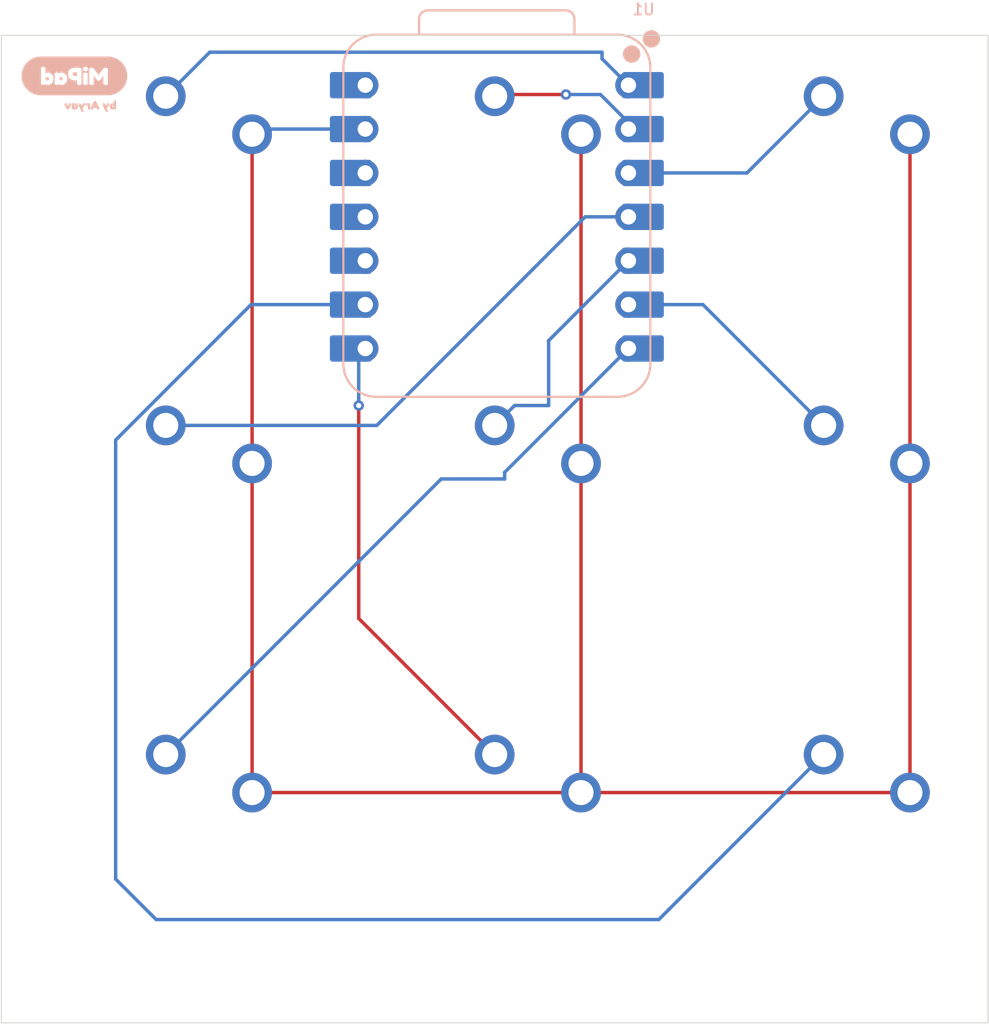
<source format=kicad_pcb>
(kicad_pcb (version 20241229) (generator "pcbnew") (generator_version "9.0")
  (layers (0 "F.Cu" signal) (2 "B.Cu" signal) (13 "F.Paste" user) (15 "B.Paste" user) (5 "F.SilkS" user "F.Silkscreen") (7 "B.SilkS" user "B.Silkscreen") (1 "F.Mask" user) (3 "B.Mask" user) (25 "Edge.Cuts" user))
  (net 0 "")
  (net 1 "Net-(U1-GPIO26{slash}ADC0{slash}A0)")
  (net 2 "GND")
  (net 3 "Net-(U1-GPIO27{slash}ADC1{slash}A1)")
  (net 4 "Net-(U1-GPIO28{slash}ADC2{slash}A2)")
  (net 5 "Net-(U1-GPIO29{slash}ADC3{slash}A3)")
  (net 6 "Net-(U1-GPIO6{slash}SDA)")
  (net 7 "Net-(U1-GPIO7{slash}SCL)")
  (net 8 "Net-(U1-GPIO0{slash}TX)")
  (net 9 "Net-(U1-GPIO1{slash}RX)")
  (net 10 "Net-(U1-GPIO2{slash}SCK)")
  (net 12 "+5V")
  (footprint "Kailh Choc:Kailh-PG1353-Solderable-1U" (layer "F.Cu") (at 139.391012 117.765)
    (property "Reference" "SW4")
    (property "Value" "SW_Push")
    (pad "" np_thru_hole oval (at -5 5.15 180) (size 1.5 2) (drill oval 1.5 2) (layers "*.Cu" "*.Mask"))
    (pad "" np_thru_hole circle (at 0 0 180) (size 5 5) (drill 5.1) (layers "*.Cu" "*.Mask"))
    (pad "1" thru_hole circle (at 5 -3.8 180) (size 2.3 2.3) (drill 1.45) (layers "*.Cu" "B.Mask") (net 2 "GND"))
    (pad "2" thru_hole circle (at 0 -6 180) (size 2.3 2.3) (drill 1.45) (layers "*.Cu" "B.Mask") (net 5 "Net-(U1-GPIO29{slash}ADC3{slash}A3)"))
  )
  (footprint "Kailh Choc:Kailh-PG1353-Solderable-1U" (layer "F.Cu") (at 177.491012 117.765)
    (property "Reference" "SW6")
    (property "Value" "SW_Push")
    (pad "" np_thru_hole oval (at -5 5.15 180) (size 1.5 2) (drill oval 1.5 2) (layers "*.Cu" "*.Mask"))
    (pad "" np_thru_hole circle (at 0 0 180) (size 5 5) (drill 5.1) (layers "*.Cu" "*.Mask"))
    (pad "1" thru_hole circle (at 5 -3.8 180) (size 2.3 2.3) (drill 1.45) (layers "*.Cu" "B.Mask") (net 2 "GND"))
    (pad "2" thru_hole circle (at 0 -6 180) (size 2.3 2.3) (drill 1.45) (layers "*.Cu" "B.Mask") (net 7 "Net-(U1-GPIO7{slash}SCL)"))
  )
  (footprint "Kailh Choc:Kailh-PG1353-Solderable-1U" (layer "F.Cu") (at 177.491012 98.715)
    (property "Reference" "SW3")
    (property "Value" "SW_Push")
    (pad "" np_thru_hole oval (at -5 5.15 180) (size 1.5 2) (drill oval 1.5 2) (layers "*.Cu" "*.Mask"))
    (pad "" np_thru_hole circle (at 0 0 180) (size 5 5) (drill 5.1) (layers "*.Cu" "*.Mask"))
    (pad "1" thru_hole circle (at 5 -3.8 180) (size 2.3 2.3) (drill 1.45) (layers "*.Cu" "B.Mask") (net 2 "GND"))
    (pad "2" thru_hole circle (at 0 -6 180) (size 2.3 2.3) (drill 1.45) (layers "*.Cu" "B.Mask") (net 4 "Net-(U1-GPIO28{slash}ADC2{slash}A2)"))
  )
  (footprint "Kailh Choc:Kailh-PG1353-Solderable-1U" (layer "F.Cu") (at 158.441012 136.815)
    (property "Reference" "SW8")
    (property "Value" "SW_Push")
    (pad "" np_thru_hole oval (at -5 5.15 180) (size 1.5 2) (drill oval 1.5 2) (layers "*.Cu" "*.Mask"))
    (pad "" np_thru_hole circle (at 0 0 180) (size 5 5) (drill 5.1) (layers "*.Cu" "*.Mask"))
    (pad "1" thru_hole circle (at 5 -3.8 180) (size 2.3 2.3) (drill 1.45) (layers "*.Cu" "B.Mask") (net 2 "GND"))
    (pad "2" thru_hole circle (at 0 -6 180) (size 2.3 2.3) (drill 1.45) (layers "*.Cu" "B.Mask") (net 9 "Net-(U1-GPIO1{slash}RX)"))
  )
  (footprint "Kailh Choc:Kailh-PG1353-Solderable-1U" (layer "F.Cu") (at 139.391012 136.815)
    (property "Reference" "SW7")
    (property "Value" "SW_Push")
    (pad "" np_thru_hole oval (at -5 5.15 180) (size 1.5 2) (drill oval 1.5 2) (layers "*.Cu" "*.Mask"))
    (pad "" np_thru_hole circle (at 0 0 180) (size 5 5) (drill 5.1) (layers "*.Cu" "*.Mask"))
    (pad "1" thru_hole circle (at 5 -3.8 180) (size 2.3 2.3) (drill 1.45) (layers "*.Cu" "B.Mask") (net 2 "GND"))
    (pad "2" thru_hole circle (at 0 -6 180) (size 2.3 2.3) (drill 1.45) (layers "*.Cu" "B.Mask") (net 8 "Net-(U1-GPIO0{slash}TX)"))
  )
  (footprint "Kailh Choc:Kailh-PG1353-Solderable-1U" (layer "F.Cu") (at 158.441012 117.765)
    (property "Reference" "SW5")
    (property "Value" "SW_Push")
    (pad "" np_thru_hole oval (at -5 5.15 180) (size 1.5 2) (drill oval 1.5 2) (layers "*.Cu" "*.Mask"))
    (pad "" np_thru_hole circle (at 0 0 180) (size 5 5) (drill 5.1) (layers "*.Cu" "*.Mask"))
    (pad "1" thru_hole circle (at 5 -3.8 180) (size 2.3 2.3) (drill 1.45) (layers "*.Cu" "B.Mask") (net 2 "GND"))
    (pad "2" thru_hole circle (at 0 -6 180) (size 2.3 2.3) (drill 1.45) (layers "*.Cu" "B.Mask") (net 6 "Net-(U1-GPIO6{slash}SDA)"))
  )
  (footprint "Kailh Choc:Kailh-PG1353-Solderable-1U" (layer "F.Cu") (at 177.491012 136.815)
    (property "Reference" "SW9")
    (property "Value" "SW_Push")
    (pad "" np_thru_hole oval (at -5 5.15 180) (size 1.5 2) (drill oval 1.5 2) (layers "*.Cu" "*.Mask"))
    (pad "" np_thru_hole circle (at 0 0 180) (size 5 5) (drill 5.1) (layers "*.Cu" "*.Mask"))
    (pad "1" thru_hole circle (at 5 -3.8 180) (size 2.3 2.3) (drill 1.45) (layers "*.Cu" "B.Mask") (net 2 "GND"))
    (pad "2" thru_hole circle (at 0 -6 180) (size 2.3 2.3) (drill 1.45) (layers "*.Cu" "B.Mask") (net 10 "Net-(U1-GPIO2{slash}SCK)"))
  )
  (footprint "Kailh Choc:Kailh-PG1353-Solderable-1U" (layer "F.Cu") (at 139.391012 98.715)
    (property "Reference" "SW1")
    (property "Value" "SW_Push")
    (pad "" np_thru_hole oval (at -5 5.15 180) (size 1.5 2) (drill oval 1.5 2) (layers "*.Cu" "*.Mask"))
    (pad "" np_thru_hole circle (at 0 0 180) (size 5 5) (drill 5.1) (layers "*.Cu" "*.Mask"))
    (pad "1" thru_hole circle (at 5 -3.8 180) (size 2.3 2.3) (drill 1.45) (layers "*.Cu" "B.Mask") (net 2 "GND"))
    (pad "2" thru_hole circle (at 0 -6 180) (size 2.3 2.3) (drill 1.45) (layers "*.Cu" "B.Mask") (net 1 "Net-(U1-GPIO26{slash}ADC0{slash}A0)"))
  )
  (footprint "Kailh Choc:Kailh-PG1353-Solderable-1U" (layer "F.Cu") (at 158.441012 98.715)
    (property "Reference" "SW2")
    (property "Value" "SW_Push")
    (pad "" np_thru_hole oval (at -5 5.15 180) (size 1.5 2) (drill oval 1.5 2) (layers "*.Cu" "*.Mask"))
    (pad "" np_thru_hole circle (at 0 0 180) (size 5 5) (drill 5.1) (layers "*.Cu" "*.Mask"))
    (pad "1" thru_hole circle (at 5 -3.8 180) (size 2.3 2.3) (drill 1.45) (layers "*.Cu" "B.Mask") (net 2 "GND"))
    (pad "2" thru_hole circle (at 0 -6 180) (size 2.3 2.3) (drill 1.45) (layers "*.Cu" "B.Mask") (net 3 "Net-(U1-GPIO27{slash}ADC1{slash}A1)"))
  )
  (footprint "kibuzzard-692BA7AE" (layer "B.Cu") (at 134.1 91.54 180)
    (property "Reference" "kibuzzard-692BA7AE" (hide yes))
    (property "Value" "G***" (hide yes))
    (fp_poly (pts (xy -0.148784 0.003577) (xy 0.005722 0.003577) (xy 0.076538 0.029328) (xy 0.110157 0.108011) (xy 0.079399 0.182403) (xy 0.004292 0.212446) (xy -0.148784 0.212446) (xy -0.148784 0.003577)) (fill yes) (layer "B.SilkS"))
    (fp_poly (pts (xy 1.67525 -0.163805) (xy 1.645207 -0.090844) (xy 1.572246 -0.060801) (xy 1.499285 -0.090844) (xy 1.469242 -0.163805) (xy 1.500715 -0.236052) (xy 1.573677 -0.26681) (xy 1.645207 -0.236052) (xy 1.67525 -0.163805)) (fill yes) (layer "B.SilkS"))
    (fp_poly (pts (xy 0.778255 -0.265379) (xy 0.847639 -0.234621) (xy 0.876967 -0.162375) (xy 0.847639 -0.089413) (xy 0.775393 -0.059371) (xy 0.701717 -0.090844) (xy 0.670959 -0.163805) (xy 0.703147 -0.234621) (xy 0.778255 -0.265379)) (fill yes) (layer "B.SilkS"))
    (fp_poly (pts (xy -1.937053 1.123271) (xy -1.937172 1.123271) (xy -2.047272 1.117862) (xy -2.156312 1.101688) (xy -2.263241 1.074904) (xy -2.367029 1.037767) (xy -2.466679 0.990637) (xy -2.561228 0.933966) (xy -2.649768 0.8683) (xy -2.731445 0.794273) (xy -2.805473 0.712596) (xy -2.871138 0.624056) (xy -2.927809 0.529506) (xy -2.97494 0.429857) (xy -3.012076 0.326068) (xy -3.03886 0.219139) (xy -3.055035 0.1101) (xy -3.060443 0) (xy -3.055035 -0.1101) (xy -3.03886 -0.219139) (xy -3.012076 -0.326068) (xy -2.97494 -0.429857) (xy -2.927809 -0.529506) (xy -2.871138 -0.624056) (xy -2.805473 -0.712596) (xy -2.731445 -0.794273) (xy -2.649768 -0.8683) (xy -2.561228 -0.933966) (xy -2.466679 -0.990637) (xy -2.367029 -1.037767) (xy -2.263241 -1.074904) (xy -2.156312 -1.101688) (xy -2.047272 -1.117862) (xy -1.937172 -1.123271) (xy -1.937053 -1.123271) (xy -1.808298 -1.123271) (xy -1.808298 -0.525751) (xy -1.881974 -0.515737) (xy -1.920601 -0.483548) (xy -1.934192 -0.444206) (xy -1.937053 -0.394134) (xy -1.937053 0.344063) (xy -1.934907 0.391989) (xy -1.921316 0.430615) (xy -1.881259 0.462804) (xy -1.805436 0.472818) (xy -1.767525 0.470672) (xy -1.741774 0.467096) (xy -1.723176 0.460658) (xy -1.711016 0.453505) (xy -1.700286 0.442775) (xy -1.690987 0.432761) (xy -1.399142 0.05794) (xy -1.108727 0.43133) (xy -1.065808 0.464235) (xy -0.989986 0.472818) (xy -0.915594 0.462804) (xy -0.876252 0.430615) (xy -0.862661 0.391273) (xy -0.8598 0.341202) (xy -0.8598 -0.396996) (xy -0.862661 -0.445637) (xy -0.876967 -0.484263) (xy -0.916309 -0.515737) (xy -0.991416 -0.525751) (xy -1.065808 -0.515737) (xy -1.105866 -0.482833) (xy -1.119456 -0.443491) (xy -1.121602 -0.394134) (xy -1.121602 0.01216) (xy -1.288984 -0.215308) (xy -1.297568 -0.226753) (xy -1.311159 -0.242489) (xy -1.329757 -0.256795) (xy -1.3598 -0.269671) (xy -1.399142 -0.273963) (xy -1.463519 -0.259299) (xy -1.51073 -0.215308) (xy -1.676681 0.01073) (xy -1.676681 -0.396996) (xy -1.678827 -0.444921) (xy -1.692418 -0.483548) (xy -1.732475 -0.515737) (xy -1.808298 -0.525751) (xy -1.808298 -1.123271) (xy -0.640916 -1.123271) (xy -0.640916 -0.527182) (xy -0.714592 -0.517167) (xy -0.753934 -0.484979) (xy -0.767525 -0.446352) (xy -0.769671 -0.396996) (xy -0.769671 0.069385) (xy -0.767525 0.11731) (xy -0.753934 0.155937) (xy -0.713877 0.188126) (xy -0.640916 0.197948) (xy -0.640916 0.26824) (xy -0.714592 0.278255) (xy -0.753934 0.311159) (xy -0.767525 0.350501) (xy -0.769671 0.398426) (xy -0.767525 0.446352) (xy -0.753934 0.484979) (xy -0.713877 0.517167) (xy -0.639485 0.527182) (xy -0.565808 0.517167) (xy -0.526466 0.484263) (xy -0.512876 0.444921) (xy -0.51073 0.396996) (xy -0.512876 0.348355) (xy -0.526466 0.310443) (xy -0.565808 0.278255) (xy -0.640916 0.26824) (xy -0.640916 0.197948) (xy -0.639485 0.19814) (xy -0.565808 0.188126) (xy -0.526466 0.155222) (xy -0.512876 0.11588) (xy -0.51073 0.066524) (xy -0.51073 -0.398426) (xy -0.512876 -0.447067) (xy -0.526466 -0.484979) (xy -0.565808 -0.517167) (xy -0.640916 -0.527182) (xy -0.640916 -1.123271) (xy -0.280401 -1.123271) (xy -0.280401 -0.525751) (xy -0.354793 -0.515737) (xy -0.39485 -0.482833) (xy -0.408441 -0.443491) (xy -0.410587 -0.394134) (xy -0.410587 0.344063) (xy -0.408441 0.391989) (xy -0.39485 0.43133) (xy -0.354793 0.464235) (xy -0.27897 0.474249) (xy 0.005722 0.474249) (xy 0.06402 0.468526) (xy 0.124464 0.451359) (xy 0.184549 0.423462) (xy 0.241774 0.385551) (xy 0.29274 0.334943) (xy 0.334049 0.268956) (xy 0.361409 0.191524) (xy 0.370529 0.106581) (xy 0.361588 0.021996) (xy 0.334764 -0.054363) (xy 0.293813 -0.119278) (xy 0.242489 -0.169528) (xy 0.184549 -0.207439) (xy 0.123748 -0.235336) (xy 0.062768 -0.252504) (xy 0.004292 -0.258226) (xy -0.148784 -0.258226) (xy -0.148784 -0.395565) (xy -0.15093 -0.444921) (xy -0.164521 -0.483548) (xy -0.204578 -0.515737) (xy -0.280401 -0.525751) (xy -0.280401 -1.123271) (xy 1.014306 -1.123271) (xy 1.014306 -0.52432) (xy 0.933119 -0.511445) (xy 0.892704 -0.472818) (xy 0.824392 -0.511445) (xy 0.742489 -0.52432) (xy 0.659752 -0.512081) (xy 0.583214 -0.475362) (xy 0.512876 -0.414163) (xy 0.456843 -0.337069) (xy 0.423224 -0.252663) (xy 0.412017 -0.160944) (xy 0.423303 -0.07161) (xy 0.457161 0.011365) (xy 0.513591 0.087983) (xy 0.584168 0.149181) (xy 0.660467 0.1859) (xy 0.742489 0.19814) (xy 0.826538 0.183834) (xy 0.892704 0.140916) (xy 0.929185 0.184907) (xy 1.015737 0.199571) (xy 1.089413 0.189557) (xy 1.128755 0.156652) (xy 1.142346 0.11731) (xy 1.144492 0.069385) (xy 1.144492 -0.395565) (xy 1.142346 -0.444206) (xy 1.128755 -0.482117) (xy 1.088698 -0.514306) (xy 1.014306 -0.52432) (xy 1.014306 -1.123271) (xy 1.808298 -1.123271) (xy 1.808298 -0.525751) (xy 1.73176 -0.512518) (xy 1.690987 -0.472818) (xy 1.621602 -0.511445) (xy 1.539342 -0.52432) (xy 1.456605 -0.512081) (xy 1.380067 -0.475362) (xy 1.309728 -0.414163) (xy 1.253696 -0.337069) (xy 1.220076 -0.252663) (xy 1.20887 -0.160944) (xy 1.220156 -0.07161) (xy 1.254014 0.011365) (xy 1.310443 0.087983) (xy 1.38102 0.149181) (xy 1.45732 0.1859) (xy 1.539342 0.19814) (xy 1.617668 0.186338) (xy 1.683834 0.15093) (xy 1.683834 0.396996) (xy 1.683119 0.434192) (xy 1.688841 0.469957) (xy 1.707439 0.5) (xy 1.744635 0.520029) (xy 1.806867 0.527182) (xy 1.881974 0.517167) (xy 1.921316 0.484979) (xy 1.934907 0.446352) (xy 1.937053 0.398426) (xy 1.937053 -0.395565) (xy 1.934907 -0.443491) (xy 1.921316 -0.482833) (xy 1.881974 -0.515737) (xy 1.808298 -0.525751) (xy 1.808298 -1.123271) (xy 1.937053 -1.123271) (xy 1.937172 -1.123271) (xy 2.047272 -1.117862) (xy 2.156312 -1.101688) (xy 2.263241 -1.074904) (xy 2.367029 -1.037767) (xy 2.466679 -0.990637) (xy 2.561228 -0.933966) (xy 2.649768 -0.8683) (xy 2.731445 -0.794273) (xy 2.805473 -0.712596) (xy 2.871138 -0.624056) (xy 2.927809 -0.529506) (xy 2.97494 -0.429857) (xy 3.012076 -0.326068) (xy 3.03886 -0.219139) (xy 3.055035 -0.1101) (xy 3.060443 0) (xy 3.055035 0.1101) (xy 3.03886 0.219139) (xy 3.012076 0.326068) (xy 2.97494 0.429857) (xy 2.927809 0.529506) (xy 2.871138 0.624056) (xy 2.805473 0.712596) (xy 2.731445 0.794273) (xy 2.649768 0.8683) (xy 2.561228 0.933966) (xy 2.466679 0.990637) (xy 2.367029 1.037767) (xy 2.263241 1.074904) (xy 2.156312 1.101688) (xy 2.047272 1.117862) (xy 1.937172 1.123271) (xy 1.937053 1.123271) (xy -1.937053 1.123271)) (fill yes) (layer "B.SilkS"))
  )
  (footprint "kibuzzard-692BA7D5" (layer "B.Cu") (at 135.01 93.3 180)
    (property "Reference" "kibuzzard-692BA7D5" (hide yes))
    (property "Value" "G***" (hide yes))
    (fp_poly (pts (xy 0.414878 -0.329041) (xy 0.374106 -0.294349) (xy 0.383405 -0.244635) (xy 0.439199 -0.120172) (xy 0.302575 0.085837) (xy 0.287554 0.133047) (xy 0.321888 0.171674) (xy 0.373391 0.187768) (xy 0.411302 0.153791) (xy 0.500715 0.018598) (xy 0.557225 0.144492) (xy 0.589413 0.184549) (xy 0.642346 0.176681) (xy 0.682761 0.143062) (xy 0.67525 0.095136) (xy 0.5 -0.297568) (xy 0.468169 -0.337983) (xy 0.414878 -0.329041)) (fill yes) (layer "B.SilkS"))
    (fp_poly (pts (xy -0.982833 -0.329041) (xy -1.023605 -0.294349) (xy -1.014306 -0.244635) (xy -0.958512 -0.120172) (xy -1.095136 0.085837) (xy -1.110157 0.133047) (xy -1.075823 0.171674) (xy -1.02432 0.187768) (xy -0.986409 0.153791) (xy -0.896996 0.018598) (xy -0.840486 0.144492) (xy -0.808298 0.184549) (xy -0.755365 0.176681) (xy -0.71495 0.143062) (xy -0.722461 0.095136) (xy -0.897711 -0.297568) (xy -0.929542 -0.337983) (xy -0.982833 -0.329041)) (fill yes) (layer "B.SilkS"))
    (fp_poly (pts (xy 1.238913 -0.154506) (xy 1.112303 0.086552) (xy 1.102289 0.137697) (xy 1.140916 0.174535) (xy 1.194206 0.18598) (xy 1.228898 0.145207) (xy 1.296137 -0.007868) (xy 1.363376 0.145207) (xy 1.380186 0.173373) (xy 1.399142 0.186338) (xy 1.451359 0.174535) (xy 1.48319 0.150215) (xy 1.491774 0.121602) (xy 1.479971 0.086552) (xy 1.353362 -0.154506) (xy 1.33083 -0.178112) (xy 1.296137 -0.18598) (xy 1.261445 -0.178112) (xy 1.238913 -0.154506)) (fill yes) (layer "B.SilkS"))
    (fp_poly (pts (xy -0.044349 -0.091559) (xy -0.034692 -0.142346) (xy -0.074392 -0.177396) (xy -0.127325 -0.187768) (xy -0.162375 -0.146638) (xy -0.195279 -0.078684) (xy -0.317597 -0.078684) (xy -0.317597 0.032904) (xy -0.250358 0.032904) (xy -0.283977 0.102289) (xy -0.317597 0.032904) (xy -0.317597 -0.078684) (xy -0.371245 -0.078684) (xy -0.404149 -0.147353) (xy -0.439914 -0.187053) (xy -0.492132 -0.176681) (xy -0.532189 -0.141989) (xy -0.52289 -0.091559) (xy -0.343348 0.280401) (xy -0.318312 0.30794) (xy -0.283262 0.318312) (xy -0.248391 0.308655) (xy -0.223891 0.279685) (xy -0.044349 -0.091559)) (fill yes) (layer "B.SilkS"))
    (fp_poly (pts (xy 0.056509 -0.182403) (xy 0.019671 -0.177396) (xy 0 -0.160944) (xy -0.006795 -0.141273) (xy -0.007868 -0.116595) (xy -0.007868 0.116595) (xy -0.006795 0.140916) (xy 0 0.159871) (xy 0.019671 0.175966) (xy 0.057225 0.180973) (xy 0.098712 0.173641) (xy 0.118741 0.151645) (xy 0.154864 0.176323) (xy 0.193133 0.184549) (xy 0.214592 0.182761) (xy 0.240343 0.176323) (xy 0.263591 0.160229) (xy 0.272532 0.133047) (xy 0.268598 0.099517) (xy 0.256795 0.071888) (xy 0.216738 0.04721) (xy 0.189199 0.052575) (xy 0.171674 0.05794) (xy 0.136266 0.047568) (xy 0.122318 0.021459) (xy 0.122318 -0.118026) (xy 0.121245 -0.142346) (xy 0.114449 -0.161302) (xy 0.094421 -0.177396) (xy 0.056509 -0.182403)) (fill yes) (layer "B.SilkS"))
    (fp_poly (pts (xy 1.003577 -0.180973) (xy 0.962983 -0.174535) (xy 0.942775 -0.155222) (xy 0.908619 -0.174535) (xy 0.885551 -0.178162) (xy 0.885551 -0.051502) (xy 0.920243 -0.036123) (xy 0.934907 0) (xy 0.920243 0.036481) (xy 0.88412 0.051502) (xy 0.847282 0.035765) (xy 0.831903 -0.000715) (xy 0.847997 -0.036123) (xy 0.885551 -0.051502) (xy 0.885551 -0.178162) (xy 0.867668 -0.180973) (xy 0.826299 -0.174853) (xy 0.788031 -0.156493) (xy 0.752861 -0.125894) (xy 0.724845 -0.087347) (xy 0.708035 -0.045144) (xy 0.702432 0.000715) (xy 0.708075 0.045382) (xy 0.725004 0.08687) (xy 0.753219 0.125179) (xy 0.788507 0.155778) (xy 0.826657 0.174138) (xy 0.867668 0.180258) (xy 0.909692 0.173104) (xy 0.942775 0.151645) (xy 0.961016 0.173641) (xy 1.004292 0.180973) (xy 1.04113 0.175966) (xy 1.060801 0.159514) (xy 1.067597 0.139843) (xy 1.06867 0.11588) (xy 1.06867 -0.116595) (xy 1.067597 -0.140916) (xy 1.060801 -0.159871) (xy 1.040773 -0.175966) (xy 1.003577 -0.180973)) (fill yes) (layer "B.SilkS"))
    (fp_poly (pts (xy -1.428469 -0.181688) (xy -1.465308 -0.176681) (xy -1.484979 -0.160229) (xy -1.491774 -0.140558) (xy -1.492847 -0.116595) (xy -1.492847 0.280401) (xy -1.491774 0.304363) (xy -1.484979 0.323677) (xy -1.465308 0.339771) (xy -1.427754 0.344778) (xy -1.396638 0.341202) (xy -1.37804 0.331187) (xy -1.368741 0.316166) (xy -1.36588 0.298283) (xy -1.366237 0.279685) (xy -1.366237 0.156652) (xy -1.333155 0.174356) (xy -1.293991 0.180258) (xy -1.25298 0.174138) (xy -1.214831 0.155778) (xy -1.179542 0.125179) (xy -1.151327 0.08687) (xy -1.134398 0.045382) (xy -1.128755 0.000715) (xy -1.134359 -0.045144) (xy -1.151168 -0.087347) (xy -1.179185 -0.125894) (xy -1.214354 -0.156493) (xy -1.252623 -0.174853) (xy -1.293991 -0.180973) (xy -1.311159 -0.178286) (xy -1.311159 -0.052217) (xy -1.274678 -0.036838) (xy -1.258941 -0.000715) (xy -1.273963 0.035765) (xy -1.310443 0.050787) (xy -1.346924 0.035765) (xy -1.361946 -0.000715) (xy -1.346924 -0.036838) (xy -1.311159 -0.052217) (xy -1.311159 -0.178286) (xy -1.335122 -0.174535) (xy -1.369814 -0.155222) (xy -1.3902 -0.175072) (xy -1.428469 -0.181688)) (fill yes) (layer "B.SilkS"))
  )
  (footprint "OPL:XIAO-RP2040-DIP" (layer "B.Cu") (at 158.566012 99.695 180)
    (property "Reference" "U1" (at -8.5 12 0) (layer "B.SilkS") (effects (font (size 0.635 0.635) (thickness 0.1016)) (justify mirror)))
    (property "Value" "XIAO-RP2040-DIP")
    (fp_line (start 8.89 -8.509) (end 8.89 8.636) (stroke (width 0.127)) (layer "B.SilkS"))
    (fp_line (start 6.985 10.541) (end -6.985 10.541) (stroke (width 0.1)) (layer "B.SilkS"))
    (fp_line (start 6.985 10.541) (end -6.985 10.541) (stroke (width 0.127)) (layer "B.SilkS"))
    (fp_line (start 4.504 11.451) (end 4.504 10.541) (stroke (width 0.127)) (layer "B.SilkS"))
    (fp_line (start -3.991272 11.951) (end 4.004 11.951) (stroke (width 0.127)) (layer "B.SilkS"))
    (fp_line (start -4.495 10.541) (end -4.491272 11.451272) (stroke (width 0.127)) (layer "B.SilkS"))
    (fp_line (start -6.985 -10.414) (end 6.985 -10.414) (stroke (width 0.127)) (layer "B.SilkS"))
    (fp_line (start -8.89 -8.509) (end -8.89 8.636) (stroke (width 0.127)) (layer "B.SilkS"))
    (fp_arc (start 8.89 8.636) (mid 8.332038 9.983038) (end 6.985 10.541) (stroke (width 0.127)) (layer "B.SilkS"))
    (fp_arc (start 6.985 -10.414) (mid 8.332038 -9.856038) (end 8.89 -8.509) (stroke (width 0.127)) (layer "B.SilkS"))
    (fp_arc (start 4.504 11.451) (mid 4.357553 11.804553) (end 4.004 11.951) (stroke (width 0.127)) (layer "B.SilkS"))
    (fp_arc (start -3.991272 11.951) (mid -4.344724 11.804644) (end -4.491272 11.451272) (stroke (width 0.127)) (layer "B.SilkS"))
    (fp_arc (start -6.985 10.541) (mid -8.332038 9.983038) (end -8.89 8.636) (stroke (width 0.127)) (layer "B.SilkS"))
    (fp_arc (start -8.89 -8.509) (mid -8.332038 -9.856038) (end -6.985 -10.414) (stroke (width 0.127)) (layer "B.SilkS"))
    (fp_circle (center -7.807 9.42) (end -7.807 9.674) (stroke (width 0.5)) (fill yes) (layer "B.SilkS"))
    (fp_circle (center -8.95 10.3) (end -8.95 10.554) (stroke (width 0.5)) (fill yes) (layer "B.SilkS"))
    (pad "1" smd roundrect (at -8.455 7.62) (size 2.432 1.524) (layers "B.Cu" "B.Mask") (roundrect_rratio 0.1) (net 1 "Net-(U1-GPIO26{slash}ADC0{slash}A0)"))
    (pad "1" thru_hole circle (at -7.62 7.62) (size 1.524 1.524) (drill 0.889) (layers "*.Cu" "*.Mask") (net 1 "Net-(U1-GPIO26{slash}ADC0{slash}A0)"))
    (pad "2" smd roundrect (at -8.455 5.08) (size 2.432 1.524) (layers "B.Cu" "B.Mask") (roundrect_rratio 0.1) (net 3 "Net-(U1-GPIO27{slash}ADC1{slash}A1)"))
    (pad "2" thru_hole circle (at -7.62 5.08) (size 1.524 1.524) (drill 0.889) (layers "*.Cu" "*.Mask") (net 3 "Net-(U1-GPIO27{slash}ADC1{slash}A1)"))
    (pad "3" smd roundrect (at -8.455 2.54) (size 2.432 1.524) (layers "B.Cu" "B.Mask") (roundrect_rratio 0.1) (net 4 "Net-(U1-GPIO28{slash}ADC2{slash}A2)"))
    (pad "3" thru_hole circle (at -7.62 2.54) (size 1.524 1.524) (drill 0.889) (layers "*.Cu" "*.Mask") (net 4 "Net-(U1-GPIO28{slash}ADC2{slash}A2)"))
    (pad "4" smd roundrect (at -8.455 0) (size 2.432 1.524) (layers "B.Cu" "B.Mask") (roundrect_rratio 0.1) (net 5 "Net-(U1-GPIO29{slash}ADC3{slash}A3)"))
    (pad "4" thru_hole circle (at -7.62 0) (size 1.524 1.524) (drill 0.889) (layers "*.Cu" "*.Mask") (net 5 "Net-(U1-GPIO29{slash}ADC3{slash}A3)"))
    (pad "5" smd roundrect (at -8.455 -2.54) (size 2.432 1.524) (layers "B.Cu" "B.Mask") (roundrect_rratio 0.1) (net 6 "Net-(U1-GPIO6{slash}SDA)"))
    (pad "5" thru_hole circle (at -7.62 -2.54) (size 1.524 1.524) (drill 0.889) (layers "*.Cu" "*.Mask") (net 6 "Net-(U1-GPIO6{slash}SDA)"))
    (pad "6" smd roundrect (at -8.455 -5.08) (size 2.432 1.524) (layers "B.Cu" "B.Mask") (roundrect_rratio 0.1) (net 7 "Net-(U1-GPIO7{slash}SCL)"))
    (pad "6" thru_hole circle (at -7.62 -5.08) (size 1.524 1.524) (drill 0.889) (layers "*.Cu" "*.Mask") (net 7 "Net-(U1-GPIO7{slash}SCL)"))
    (pad "7" smd roundrect (at -8.455 -7.62) (size 2.432 1.524) (layers "B.Cu" "B.Mask") (roundrect_rratio 0.1) (net 8 "Net-(U1-GPIO0{slash}TX)"))
    (pad "7" thru_hole circle (at -7.62 -7.62) (size 1.524 1.524) (drill 0.889) (layers "*.Cu" "*.Mask") (net 8 "Net-(U1-GPIO0{slash}TX)"))
    (pad "8" thru_hole circle (at 7.62 -7.62 180) (size 1.524 1.524) (drill 0.889) (layers "*.Cu" "*.Mask") (net 9 "Net-(U1-GPIO1{slash}RX)"))
    (pad "8" smd roundrect (at 8.455 -7.62 180) (size 2.432 1.524) (layers "B.Cu" "B.Mask") (roundrect_rratio 0.1) (net 9 "Net-(U1-GPIO1{slash}RX)"))
    (pad "9" thru_hole circle (at 7.62 -5.08 180) (size 1.524 1.524) (drill 0.889) (layers "*.Cu" "*.Mask") (net 10 "Net-(U1-GPIO2{slash}SCK)"))
    (pad "9" smd roundrect (at 8.455 -5.08 180) (size 2.432 1.524) (layers "B.Cu" "B.Mask") (roundrect_rratio 0.1) (net 10 "Net-(U1-GPIO2{slash}SCK)"))
    (pad "10" thru_hole circle (at 7.62 -2.54 180) (size 1.524 1.524) (drill 0.889) (layers "*.Cu" "*.Mask"))
    (pad "10" smd roundrect (at 8.455 -2.54 180) (size 2.432 1.524) (layers "B.Cu" "B.Mask") (roundrect_rratio 0.1))
    (pad "11" thru_hole circle (at 7.62 0 180) (size 1.524 1.524) (drill 0.889) (layers "*.Cu" "*.Mask"))
    (pad "11" smd roundrect (at 8.455 0 180) (size 2.432 1.524) (layers "B.Cu" "B.Mask") (roundrect_rratio 0.1))
    (pad "12" thru_hole circle (at 7.62 2.54 180) (size 1.524 1.524) (drill 0.889) (layers "*.Cu" "*.Mask"))
    (pad "12" smd roundrect (at 8.455 2.54 180) (size 2.432 1.524) (layers "B.Cu" "B.Mask") (roundrect_rratio 0.1))
    (pad "13" thru_hole circle (at 7.62 5.08 180) (size 1.524 1.524) (drill 0.889) (layers "*.Cu" "*.Mask") (net 2 "GND"))
    (pad "13" smd roundrect (at 8.455 5.08 180) (size 2.432 1.524) (layers "B.Cu" "B.Mask") (roundrect_rratio 0.1) (net 2 "GND"))
    (pad "14" thru_hole circle (at 7.62 7.62 180) (size 1.524 1.524) (drill 0.889) (layers "*.Cu" "*.Mask") (net 12 "+5V"))
    (pad "14" smd roundrect (at 8.455 7.62 180) (size 2.432 1.524) (layers "B.Cu" "B.Mask") (roundrect_rratio 0.1) (net 12 "+5V"))
  )
  (gr_rect (start 129.87 89.19) (end 187.01 146.34) (stroke (width 0.05)) (fill no) (layer "Edge.Cuts"))
  (segment (start 166.186012 92.075) (end 166.186012 91.695) (width 0.2) (layer "B.Cu") (net 1))
  (segment (start 141.940012 90.166) (end 139.391012 92.715) (width 0.2) (layer "B.Cu") (net 1))
  (segment (start 164.657012 90.166) (end 141.940012 90.166) (width 0.2) (layer "B.Cu") (net 1))
  (segment (start 164.657012 90.166) (end 164.657012 90.546) (width 0.2) (layer "B.Cu") (net 1))
  (segment (start 164.657012 90.546) (end 166.186012 92.075) (width 0.2) (layer "B.Cu") (net 1))
  (segment (start 163.441012 113.965) (end 163.441012 94.915) (width 0.2) (layer "F.Cu") (net 2))
  (segment (start 182.491012 94.915) (end 182.491012 113.965) (width 0.2) (layer "F.Cu") (net 2))
  (segment (start 182.491012 113.965) (end 182.491012 133.015) (width 0.2) (layer "F.Cu") (net 2))
  (segment (start 144.391012 113.965) (end 144.391012 133.015) (width 0.2) (layer "F.Cu") (net 2))
  (segment (start 144.391012 94.915) (end 144.391012 113.965) (width 0.2) (layer "F.Cu") (net 2))
  (segment (start 144.391012 133.015) (end 163.441012 133.015) (width 0.2) (layer "F.Cu") (net 2))
  (segment (start 182.491012 133.015) (end 163.441012 133.015) (width 0.2) (layer "F.Cu") (net 2))
  (segment (start 163.441012 133.015) (end 163.441012 113.965) (width 0.2) (layer "F.Cu") (net 2))
  (segment (start 150.946012 94.615) (end 144.691012 94.615) (width 0.2) (layer "B.Cu") (net 2))
  (segment (start 144.691012 94.615) (end 144.391012 94.915) (width 0.2) (layer "B.Cu") (net 2))
  (segment (start 158.541012 92.615) (end 162.566012 92.615) (width 0.2) (layer "F.Cu") (net 3))
  (segment (start 158.441012 92.715) (end 158.541012 92.615) (width 0.2) (layer "F.Cu") (net 3))
  (via (at 162.566012 92.615) (size 0.6) (drill 0.3) (layers "F.Cu" "B.Cu") (net 3))
  (segment (start 162.566012 92.615) (end 164.566012 92.615) (width 0.2) (layer "B.Cu") (net 3))
  (segment (start 164.566012 92.615) (end 166.566012 94.615) (width 0.2) (layer "B.Cu") (net 3))
  (segment (start 173.051012 97.155) (end 166.186012 97.155) (width 0.2) (layer "B.Cu") (net 4))
  (segment (start 173.051012 97.155) (end 177.491012 92.715) (width 0.2) (layer "B.Cu") (net 4))
  (segment (start 151.611806 111.765) (end 139.391012 111.765) (width 0.2) (layer "B.Cu") (net 5))
  (segment (start 163.681806 99.695) (end 151.611806 111.765) (width 0.2) (layer "B.Cu") (net 5))
  (segment (start 163.681806 99.695) (end 166.186012 99.695) (width 0.2) (layer "B.Cu") (net 5))
  (segment (start 161.566012 110.615) (end 161.566012 106.855) (width 0.2) (layer "B.Cu") (net 6))
  (segment (start 161.566012 106.855) (end 166.186012 102.235) (width 0.2) (layer "B.Cu") (net 6))
  (segment (start 159.591012 110.615) (end 161.566012 110.615) (width 0.2) (layer "B.Cu") (net 6))
  (segment (start 158.441012 111.765) (end 159.591012 110.615) (width 0.2) (layer "B.Cu") (net 6))
  (segment (start 170.501012 104.775) (end 166.186012 104.775) (width 0.2) (layer "B.Cu") (net 7))
  (segment (start 170.501012 104.775) (end 177.491012 111.765) (width 0.2) (layer "B.Cu") (net 7))
  (segment (start 159.017012 114.484) (end 166.186012 107.315) (width 0.2) (layer "B.Cu") (net 8))
  (segment (start 159.017012 114.864) (end 155.342012 114.864) (width 0.2) (layer "B.Cu") (net 8))
  (segment (start 155.342012 114.864) (end 139.391012 130.815) (width 0.2) (layer "B.Cu") (net 8))
  (segment (start 159.017012 114.864) (end 159.017012 114.484) (width 0.2) (layer "B.Cu") (net 8))
  (segment (start 150.566012 122.94) (end 158.441012 130.815) (width 0.2) (layer "F.Cu") (net 9))
  (segment (start 150.566012 110.615) (end 150.566012 122.94) (width 0.2) (layer "F.Cu") (net 9))
  (via (at 150.566012 110.615) (size 0.6) (drill 0.3) (layers "F.Cu" "B.Cu") (net 9))
  (segment (start 150.566012 107.695) (end 150.946012 107.315) (width 0.2) (layer "B.Cu") (net 9))
  (segment (start 150.566012 110.615) (end 150.566012 107.695) (width 0.2) (layer "B.Cu") (net 9))
  (segment (start 144.328988 104.775) (end 136.490012 112.613976) (width 0.2) (layer "B.Cu") (net 10))
  (segment (start 138.837378 140.364) (end 167.942012 140.364) (width 0.2) (layer "B.Cu") (net 10))
  (segment (start 136.490012 112.613976) (end 136.490012 138.016634) (width 0.2) (layer "B.Cu") (net 10))
  (segment (start 144.328988 104.775) (end 150.946012 104.775) (width 0.2) (layer "B.Cu") (net 10))
  (segment (start 167.942012 140.364) (end 177.491012 130.815) (width 0.2) (layer "B.Cu") (net 10))
  (segment (start 136.490012 138.016634) (end 138.837378 140.364) (width 0.2) (layer "B.Cu") (net 10))
)
</source>
